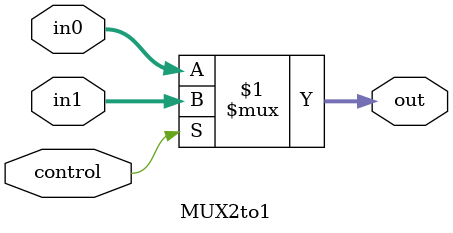
<source format=v>
/*

*/

module MUX2to1 (
    control,
    in0,
    in1,
    out
);

parameter WIDTH = 8;

input control;
input [WIDTH-1:0] in0;
input [WIDTH-1:0] in1;
output [WIDTH-1:0] out;

assign out = control ? in1 : in0;
    
endmodule
</source>
